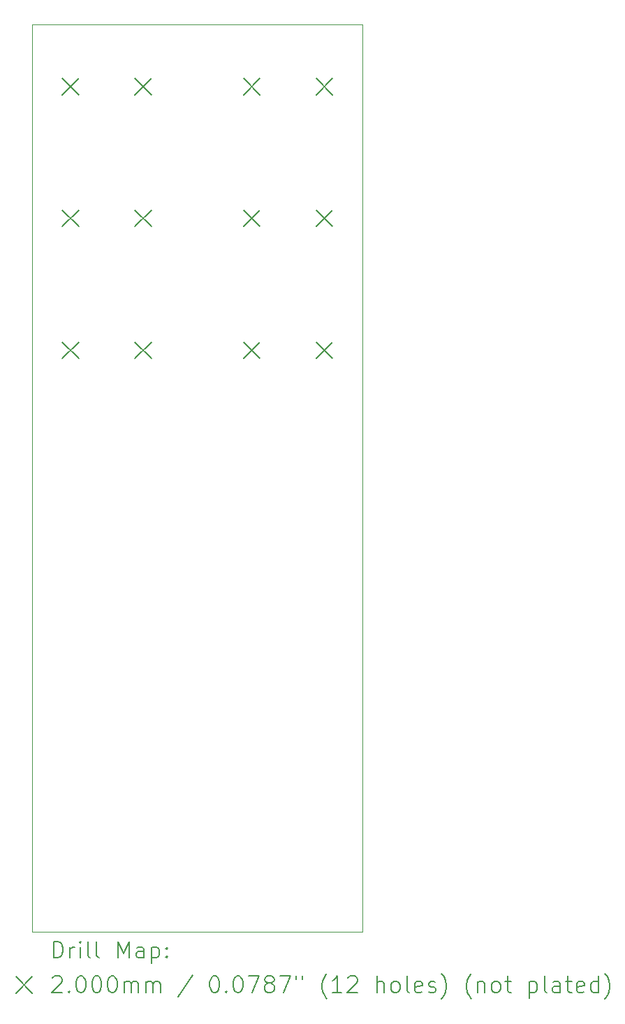
<source format=gbr>
%FSLAX45Y45*%
G04 Gerber Fmt 4.5, Leading zero omitted, Abs format (unit mm)*
G04 Created by KiCad (PCBNEW (6.0.0)) date 2022-01-31 09:17:59*
%MOMM*%
%LPD*%
G01*
G04 APERTURE LIST*
%TA.AperFunction,Profile*%
%ADD10C,0.050000*%
%TD*%
%ADD11C,0.200000*%
G04 APERTURE END LIST*
D10*
X7300000Y-3100000D02*
X11300000Y-3100000D01*
X11300000Y-3100000D02*
X11300000Y-14100000D01*
X7300000Y-3100000D02*
X7300000Y-14100000D01*
X7300000Y-14100000D02*
X11300000Y-14100000D01*
D11*
X7660000Y-3750000D02*
X7860000Y-3950000D01*
X7860000Y-3750000D02*
X7660000Y-3950000D01*
X7660000Y-5350000D02*
X7860000Y-5550000D01*
X7860000Y-5350000D02*
X7660000Y-5550000D01*
X7660000Y-6950000D02*
X7860000Y-7150000D01*
X7860000Y-6950000D02*
X7660000Y-7150000D01*
X8540000Y-3750000D02*
X8740000Y-3950000D01*
X8740000Y-3750000D02*
X8540000Y-3950000D01*
X8540000Y-5350000D02*
X8740000Y-5550000D01*
X8740000Y-5350000D02*
X8540000Y-5550000D01*
X8540000Y-6950000D02*
X8740000Y-7150000D01*
X8740000Y-6950000D02*
X8540000Y-7150000D01*
X9860000Y-3750000D02*
X10060000Y-3950000D01*
X10060000Y-3750000D02*
X9860000Y-3950000D01*
X9860000Y-5350000D02*
X10060000Y-5550000D01*
X10060000Y-5350000D02*
X9860000Y-5550000D01*
X9860000Y-6950000D02*
X10060000Y-7150000D01*
X10060000Y-6950000D02*
X9860000Y-7150000D01*
X10740000Y-3750000D02*
X10940000Y-3950000D01*
X10940000Y-3750000D02*
X10740000Y-3950000D01*
X10740000Y-5350000D02*
X10940000Y-5550000D01*
X10940000Y-5350000D02*
X10740000Y-5550000D01*
X10740000Y-6950000D02*
X10940000Y-7150000D01*
X10940000Y-6950000D02*
X10740000Y-7150000D01*
X7555119Y-14412976D02*
X7555119Y-14212976D01*
X7602738Y-14212976D01*
X7631309Y-14222500D01*
X7650357Y-14241548D01*
X7659881Y-14260595D01*
X7669405Y-14298690D01*
X7669405Y-14327262D01*
X7659881Y-14365357D01*
X7650357Y-14384405D01*
X7631309Y-14403452D01*
X7602738Y-14412976D01*
X7555119Y-14412976D01*
X7755119Y-14412976D02*
X7755119Y-14279643D01*
X7755119Y-14317738D02*
X7764643Y-14298690D01*
X7774167Y-14289167D01*
X7793214Y-14279643D01*
X7812262Y-14279643D01*
X7878928Y-14412976D02*
X7878928Y-14279643D01*
X7878928Y-14212976D02*
X7869405Y-14222500D01*
X7878928Y-14232024D01*
X7888452Y-14222500D01*
X7878928Y-14212976D01*
X7878928Y-14232024D01*
X8002738Y-14412976D02*
X7983690Y-14403452D01*
X7974167Y-14384405D01*
X7974167Y-14212976D01*
X8107500Y-14412976D02*
X8088452Y-14403452D01*
X8078928Y-14384405D01*
X8078928Y-14212976D01*
X8336071Y-14412976D02*
X8336071Y-14212976D01*
X8402738Y-14355833D01*
X8469405Y-14212976D01*
X8469405Y-14412976D01*
X8650357Y-14412976D02*
X8650357Y-14308214D01*
X8640833Y-14289167D01*
X8621786Y-14279643D01*
X8583690Y-14279643D01*
X8564643Y-14289167D01*
X8650357Y-14403452D02*
X8631310Y-14412976D01*
X8583690Y-14412976D01*
X8564643Y-14403452D01*
X8555119Y-14384405D01*
X8555119Y-14365357D01*
X8564643Y-14346309D01*
X8583690Y-14336786D01*
X8631310Y-14336786D01*
X8650357Y-14327262D01*
X8745595Y-14279643D02*
X8745595Y-14479643D01*
X8745595Y-14289167D02*
X8764643Y-14279643D01*
X8802738Y-14279643D01*
X8821786Y-14289167D01*
X8831310Y-14298690D01*
X8840833Y-14317738D01*
X8840833Y-14374881D01*
X8831310Y-14393928D01*
X8821786Y-14403452D01*
X8802738Y-14412976D01*
X8764643Y-14412976D01*
X8745595Y-14403452D01*
X8926548Y-14393928D02*
X8936071Y-14403452D01*
X8926548Y-14412976D01*
X8917024Y-14403452D01*
X8926548Y-14393928D01*
X8926548Y-14412976D01*
X8926548Y-14289167D02*
X8936071Y-14298690D01*
X8926548Y-14308214D01*
X8917024Y-14298690D01*
X8926548Y-14289167D01*
X8926548Y-14308214D01*
X7097500Y-14642500D02*
X7297500Y-14842500D01*
X7297500Y-14642500D02*
X7097500Y-14842500D01*
X7545595Y-14652024D02*
X7555119Y-14642500D01*
X7574167Y-14632976D01*
X7621786Y-14632976D01*
X7640833Y-14642500D01*
X7650357Y-14652024D01*
X7659881Y-14671071D01*
X7659881Y-14690119D01*
X7650357Y-14718690D01*
X7536071Y-14832976D01*
X7659881Y-14832976D01*
X7745595Y-14813928D02*
X7755119Y-14823452D01*
X7745595Y-14832976D01*
X7736071Y-14823452D01*
X7745595Y-14813928D01*
X7745595Y-14832976D01*
X7878928Y-14632976D02*
X7897976Y-14632976D01*
X7917024Y-14642500D01*
X7926548Y-14652024D01*
X7936071Y-14671071D01*
X7945595Y-14709167D01*
X7945595Y-14756786D01*
X7936071Y-14794881D01*
X7926548Y-14813928D01*
X7917024Y-14823452D01*
X7897976Y-14832976D01*
X7878928Y-14832976D01*
X7859881Y-14823452D01*
X7850357Y-14813928D01*
X7840833Y-14794881D01*
X7831309Y-14756786D01*
X7831309Y-14709167D01*
X7840833Y-14671071D01*
X7850357Y-14652024D01*
X7859881Y-14642500D01*
X7878928Y-14632976D01*
X8069405Y-14632976D02*
X8088452Y-14632976D01*
X8107500Y-14642500D01*
X8117024Y-14652024D01*
X8126548Y-14671071D01*
X8136071Y-14709167D01*
X8136071Y-14756786D01*
X8126548Y-14794881D01*
X8117024Y-14813928D01*
X8107500Y-14823452D01*
X8088452Y-14832976D01*
X8069405Y-14832976D01*
X8050357Y-14823452D01*
X8040833Y-14813928D01*
X8031309Y-14794881D01*
X8021786Y-14756786D01*
X8021786Y-14709167D01*
X8031309Y-14671071D01*
X8040833Y-14652024D01*
X8050357Y-14642500D01*
X8069405Y-14632976D01*
X8259881Y-14632976D02*
X8278928Y-14632976D01*
X8297976Y-14642500D01*
X8307500Y-14652024D01*
X8317024Y-14671071D01*
X8326548Y-14709167D01*
X8326548Y-14756786D01*
X8317024Y-14794881D01*
X8307500Y-14813928D01*
X8297976Y-14823452D01*
X8278928Y-14832976D01*
X8259881Y-14832976D01*
X8240833Y-14823452D01*
X8231309Y-14813928D01*
X8221786Y-14794881D01*
X8212262Y-14756786D01*
X8212262Y-14709167D01*
X8221786Y-14671071D01*
X8231309Y-14652024D01*
X8240833Y-14642500D01*
X8259881Y-14632976D01*
X8412262Y-14832976D02*
X8412262Y-14699643D01*
X8412262Y-14718690D02*
X8421786Y-14709167D01*
X8440833Y-14699643D01*
X8469405Y-14699643D01*
X8488452Y-14709167D01*
X8497976Y-14728214D01*
X8497976Y-14832976D01*
X8497976Y-14728214D02*
X8507500Y-14709167D01*
X8526548Y-14699643D01*
X8555119Y-14699643D01*
X8574167Y-14709167D01*
X8583690Y-14728214D01*
X8583690Y-14832976D01*
X8678929Y-14832976D02*
X8678929Y-14699643D01*
X8678929Y-14718690D02*
X8688452Y-14709167D01*
X8707500Y-14699643D01*
X8736071Y-14699643D01*
X8755119Y-14709167D01*
X8764643Y-14728214D01*
X8764643Y-14832976D01*
X8764643Y-14728214D02*
X8774167Y-14709167D01*
X8793214Y-14699643D01*
X8821786Y-14699643D01*
X8840833Y-14709167D01*
X8850357Y-14728214D01*
X8850357Y-14832976D01*
X9240833Y-14623452D02*
X9069405Y-14880595D01*
X9497976Y-14632976D02*
X9517024Y-14632976D01*
X9536071Y-14642500D01*
X9545595Y-14652024D01*
X9555119Y-14671071D01*
X9564643Y-14709167D01*
X9564643Y-14756786D01*
X9555119Y-14794881D01*
X9545595Y-14813928D01*
X9536071Y-14823452D01*
X9517024Y-14832976D01*
X9497976Y-14832976D01*
X9478929Y-14823452D01*
X9469405Y-14813928D01*
X9459881Y-14794881D01*
X9450357Y-14756786D01*
X9450357Y-14709167D01*
X9459881Y-14671071D01*
X9469405Y-14652024D01*
X9478929Y-14642500D01*
X9497976Y-14632976D01*
X9650357Y-14813928D02*
X9659881Y-14823452D01*
X9650357Y-14832976D01*
X9640833Y-14823452D01*
X9650357Y-14813928D01*
X9650357Y-14832976D01*
X9783690Y-14632976D02*
X9802738Y-14632976D01*
X9821786Y-14642500D01*
X9831310Y-14652024D01*
X9840833Y-14671071D01*
X9850357Y-14709167D01*
X9850357Y-14756786D01*
X9840833Y-14794881D01*
X9831310Y-14813928D01*
X9821786Y-14823452D01*
X9802738Y-14832976D01*
X9783690Y-14832976D01*
X9764643Y-14823452D01*
X9755119Y-14813928D01*
X9745595Y-14794881D01*
X9736071Y-14756786D01*
X9736071Y-14709167D01*
X9745595Y-14671071D01*
X9755119Y-14652024D01*
X9764643Y-14642500D01*
X9783690Y-14632976D01*
X9917024Y-14632976D02*
X10050357Y-14632976D01*
X9964643Y-14832976D01*
X10155119Y-14718690D02*
X10136071Y-14709167D01*
X10126548Y-14699643D01*
X10117024Y-14680595D01*
X10117024Y-14671071D01*
X10126548Y-14652024D01*
X10136071Y-14642500D01*
X10155119Y-14632976D01*
X10193214Y-14632976D01*
X10212262Y-14642500D01*
X10221786Y-14652024D01*
X10231310Y-14671071D01*
X10231310Y-14680595D01*
X10221786Y-14699643D01*
X10212262Y-14709167D01*
X10193214Y-14718690D01*
X10155119Y-14718690D01*
X10136071Y-14728214D01*
X10126548Y-14737738D01*
X10117024Y-14756786D01*
X10117024Y-14794881D01*
X10126548Y-14813928D01*
X10136071Y-14823452D01*
X10155119Y-14832976D01*
X10193214Y-14832976D01*
X10212262Y-14823452D01*
X10221786Y-14813928D01*
X10231310Y-14794881D01*
X10231310Y-14756786D01*
X10221786Y-14737738D01*
X10212262Y-14728214D01*
X10193214Y-14718690D01*
X10297976Y-14632976D02*
X10431310Y-14632976D01*
X10345595Y-14832976D01*
X10497976Y-14632976D02*
X10497976Y-14671071D01*
X10574167Y-14632976D02*
X10574167Y-14671071D01*
X10869405Y-14909167D02*
X10859881Y-14899643D01*
X10840833Y-14871071D01*
X10831310Y-14852024D01*
X10821786Y-14823452D01*
X10812262Y-14775833D01*
X10812262Y-14737738D01*
X10821786Y-14690119D01*
X10831310Y-14661548D01*
X10840833Y-14642500D01*
X10859881Y-14613928D01*
X10869405Y-14604405D01*
X11050357Y-14832976D02*
X10936071Y-14832976D01*
X10993214Y-14832976D02*
X10993214Y-14632976D01*
X10974167Y-14661548D01*
X10955119Y-14680595D01*
X10936071Y-14690119D01*
X11126548Y-14652024D02*
X11136071Y-14642500D01*
X11155119Y-14632976D01*
X11202738Y-14632976D01*
X11221786Y-14642500D01*
X11231309Y-14652024D01*
X11240833Y-14671071D01*
X11240833Y-14690119D01*
X11231309Y-14718690D01*
X11117024Y-14832976D01*
X11240833Y-14832976D01*
X11478928Y-14832976D02*
X11478928Y-14632976D01*
X11564643Y-14832976D02*
X11564643Y-14728214D01*
X11555119Y-14709167D01*
X11536071Y-14699643D01*
X11507500Y-14699643D01*
X11488452Y-14709167D01*
X11478928Y-14718690D01*
X11688452Y-14832976D02*
X11669405Y-14823452D01*
X11659881Y-14813928D01*
X11650357Y-14794881D01*
X11650357Y-14737738D01*
X11659881Y-14718690D01*
X11669405Y-14709167D01*
X11688452Y-14699643D01*
X11717024Y-14699643D01*
X11736071Y-14709167D01*
X11745595Y-14718690D01*
X11755119Y-14737738D01*
X11755119Y-14794881D01*
X11745595Y-14813928D01*
X11736071Y-14823452D01*
X11717024Y-14832976D01*
X11688452Y-14832976D01*
X11869405Y-14832976D02*
X11850357Y-14823452D01*
X11840833Y-14804405D01*
X11840833Y-14632976D01*
X12021786Y-14823452D02*
X12002738Y-14832976D01*
X11964643Y-14832976D01*
X11945595Y-14823452D01*
X11936071Y-14804405D01*
X11936071Y-14728214D01*
X11945595Y-14709167D01*
X11964643Y-14699643D01*
X12002738Y-14699643D01*
X12021786Y-14709167D01*
X12031309Y-14728214D01*
X12031309Y-14747262D01*
X11936071Y-14766309D01*
X12107500Y-14823452D02*
X12126548Y-14832976D01*
X12164643Y-14832976D01*
X12183690Y-14823452D01*
X12193214Y-14804405D01*
X12193214Y-14794881D01*
X12183690Y-14775833D01*
X12164643Y-14766309D01*
X12136071Y-14766309D01*
X12117024Y-14756786D01*
X12107500Y-14737738D01*
X12107500Y-14728214D01*
X12117024Y-14709167D01*
X12136071Y-14699643D01*
X12164643Y-14699643D01*
X12183690Y-14709167D01*
X12259881Y-14909167D02*
X12269405Y-14899643D01*
X12288452Y-14871071D01*
X12297976Y-14852024D01*
X12307500Y-14823452D01*
X12317024Y-14775833D01*
X12317024Y-14737738D01*
X12307500Y-14690119D01*
X12297976Y-14661548D01*
X12288452Y-14642500D01*
X12269405Y-14613928D01*
X12259881Y-14604405D01*
X12621786Y-14909167D02*
X12612262Y-14899643D01*
X12593214Y-14871071D01*
X12583690Y-14852024D01*
X12574167Y-14823452D01*
X12564643Y-14775833D01*
X12564643Y-14737738D01*
X12574167Y-14690119D01*
X12583690Y-14661548D01*
X12593214Y-14642500D01*
X12612262Y-14613928D01*
X12621786Y-14604405D01*
X12697976Y-14699643D02*
X12697976Y-14832976D01*
X12697976Y-14718690D02*
X12707500Y-14709167D01*
X12726548Y-14699643D01*
X12755119Y-14699643D01*
X12774167Y-14709167D01*
X12783690Y-14728214D01*
X12783690Y-14832976D01*
X12907500Y-14832976D02*
X12888452Y-14823452D01*
X12878928Y-14813928D01*
X12869405Y-14794881D01*
X12869405Y-14737738D01*
X12878928Y-14718690D01*
X12888452Y-14709167D01*
X12907500Y-14699643D01*
X12936071Y-14699643D01*
X12955119Y-14709167D01*
X12964643Y-14718690D01*
X12974167Y-14737738D01*
X12974167Y-14794881D01*
X12964643Y-14813928D01*
X12955119Y-14823452D01*
X12936071Y-14832976D01*
X12907500Y-14832976D01*
X13031309Y-14699643D02*
X13107500Y-14699643D01*
X13059881Y-14632976D02*
X13059881Y-14804405D01*
X13069405Y-14823452D01*
X13088452Y-14832976D01*
X13107500Y-14832976D01*
X13326548Y-14699643D02*
X13326548Y-14899643D01*
X13326548Y-14709167D02*
X13345595Y-14699643D01*
X13383690Y-14699643D01*
X13402738Y-14709167D01*
X13412262Y-14718690D01*
X13421786Y-14737738D01*
X13421786Y-14794881D01*
X13412262Y-14813928D01*
X13402738Y-14823452D01*
X13383690Y-14832976D01*
X13345595Y-14832976D01*
X13326548Y-14823452D01*
X13536071Y-14832976D02*
X13517024Y-14823452D01*
X13507500Y-14804405D01*
X13507500Y-14632976D01*
X13697976Y-14832976D02*
X13697976Y-14728214D01*
X13688452Y-14709167D01*
X13669405Y-14699643D01*
X13631309Y-14699643D01*
X13612262Y-14709167D01*
X13697976Y-14823452D02*
X13678928Y-14832976D01*
X13631309Y-14832976D01*
X13612262Y-14823452D01*
X13602738Y-14804405D01*
X13602738Y-14785357D01*
X13612262Y-14766309D01*
X13631309Y-14756786D01*
X13678928Y-14756786D01*
X13697976Y-14747262D01*
X13764643Y-14699643D02*
X13840833Y-14699643D01*
X13793214Y-14632976D02*
X13793214Y-14804405D01*
X13802738Y-14823452D01*
X13821786Y-14832976D01*
X13840833Y-14832976D01*
X13983690Y-14823452D02*
X13964643Y-14832976D01*
X13926548Y-14832976D01*
X13907500Y-14823452D01*
X13897976Y-14804405D01*
X13897976Y-14728214D01*
X13907500Y-14709167D01*
X13926548Y-14699643D01*
X13964643Y-14699643D01*
X13983690Y-14709167D01*
X13993214Y-14728214D01*
X13993214Y-14747262D01*
X13897976Y-14766309D01*
X14164643Y-14832976D02*
X14164643Y-14632976D01*
X14164643Y-14823452D02*
X14145595Y-14832976D01*
X14107500Y-14832976D01*
X14088452Y-14823452D01*
X14078928Y-14813928D01*
X14069405Y-14794881D01*
X14069405Y-14737738D01*
X14078928Y-14718690D01*
X14088452Y-14709167D01*
X14107500Y-14699643D01*
X14145595Y-14699643D01*
X14164643Y-14709167D01*
X14240833Y-14909167D02*
X14250357Y-14899643D01*
X14269405Y-14871071D01*
X14278928Y-14852024D01*
X14288452Y-14823452D01*
X14297976Y-14775833D01*
X14297976Y-14737738D01*
X14288452Y-14690119D01*
X14278928Y-14661548D01*
X14269405Y-14642500D01*
X14250357Y-14613928D01*
X14240833Y-14604405D01*
M02*

</source>
